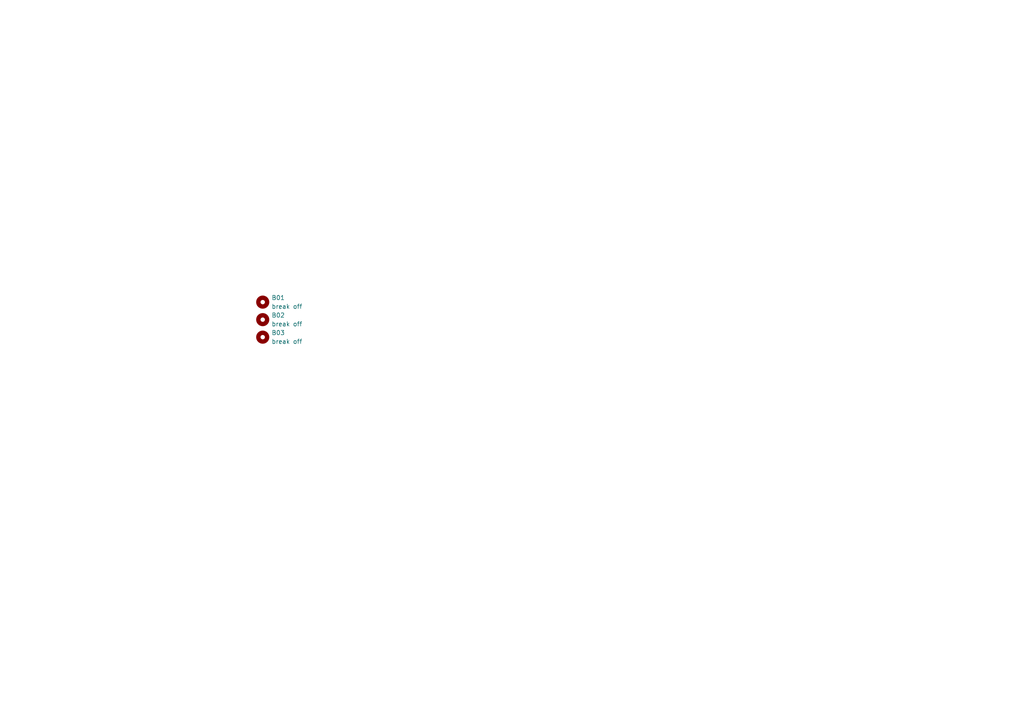
<source format=kicad_sch>
(kicad_sch (version 20250114) (generator "eeschema") (generator_version "9.0")
  (paper "A4")
  (lib_symbols
    (symbol "Mechanical:MountingHole" (pin_names (offset 1.016)) (in_bom no)
      (property "Reference" "H" (at 0 5.08 0))
      (property "Value" "MountingHole" (at 0 3.175 0))
      (symbol "MountingHole_0_1"
        (circle (center 0 0) (radius 1.27) (stroke (width 1.27)))
      )
    )
  )
  (symbol (lib_id "Mechanical:MountingHole") (at 76.2 92.71 0) (unit 1) (in_bom no)
    (property "Reference" "B02" (at 78.74 91.4399 0) (effects (justify left)))
    (property "Value" "break off" (at 78.74 93.9799 0) (effects (justify left)))
    (property "Footprint" "Panelization:mouse-bite-5mm-slot" (effects (hide yes)))
    (property "Description" "Mounting Hole without connection" (effects (hide yes)))
  )
  (symbol (lib_id "Mechanical:MountingHole") (at 76.2 87.63 0) (unit 1) (in_bom no)
    (property "Reference" "B01" (at 78.74 86.3599 0) (effects (justify left)))
    (property "Value" "break off" (at 78.74 88.8999 0) (effects (justify left)))
    (property "Footprint" "Panelization:mouse-bite-5mm-slot" (effects (hide yes)))
    (property "Description" "Mounting Hole without connection" (effects (hide yes)))
  )
  (symbol (lib_id "Mechanical:MountingHole") (at 76.2 97.79 0) (unit 1) (in_bom no)
    (property "Reference" "B03" (at 78.74 96.5199 0) (effects (justify left)))
    (property "Value" "break off" (at 78.74 99.0599 0) (effects (justify left)))
    (property "Footprint" "Panelization:mouse-bite-5mm-slot" (effects (hide yes)))
    (property "Description" "Mounting Hole without connection" (effects (hide yes)))
  )
  (sheet (at 326.39 111.76) (size 36.83 17.78) (stroke (width 0.1524))
    (property "Sheetname" "left" (at 326.39 111.0484 0) (effects (justify left bottom)))
    (property "Sheetfile" "side.kicad_sch" (at 326.39 130.1246 0) (effects (justify left top)))
  )
  (sheet (at 322.58 147.32) (size 27.94 17.78) (stroke (width 0.1524))
    (property "Sheetname" "right" (at 322.58 146.6084 0) (effects (justify left bottom)))
    (property "Sheetfile" "side.kicad_sch" (at 322.58 165.6846 0) (effects (justify left top)))
  )
)
</source>
